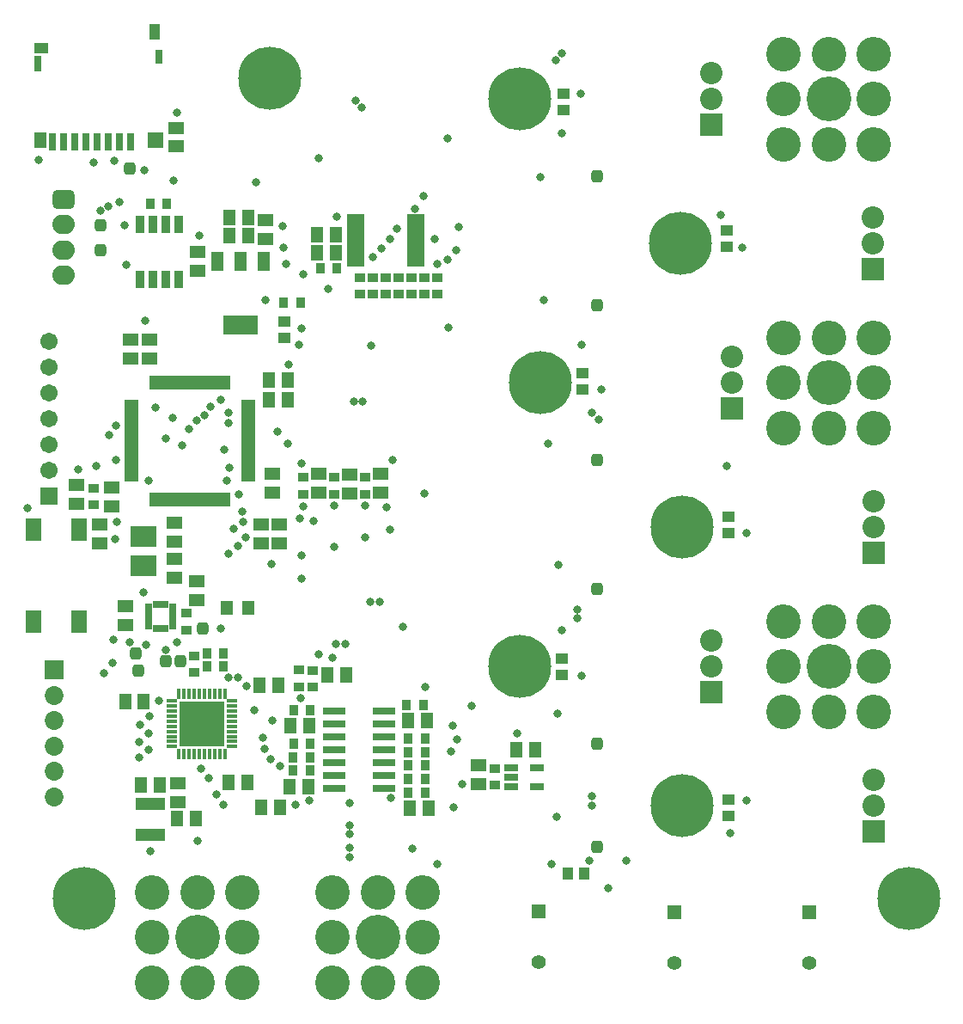
<source format=gts>
G04*
G04 #@! TF.GenerationSoftware,Altium Limited,Altium Designer,21.0.9 (235)*
G04*
G04 Layer_Color=8388736*
%FSLAX25Y25*%
%MOIN*%
G70*
G04*
G04 #@! TF.SameCoordinates,33BEAB15-2C9A-4BBB-8A7B-2AB3B3A1E351*
G04*
G04*
G04 #@! TF.FilePolarity,Negative*
G04*
G01*
G75*
%ADD41R,0.03937X0.06102*%
%ADD42R,0.05709X0.03937*%
%ADD43R,0.03150X0.05906*%
%ADD44R,0.05118X0.05906*%
%ADD45R,0.02756X0.06890*%
%ADD46R,0.05906X0.05906*%
%ADD47R,0.03150X0.05512*%
%ADD49R,0.04540X0.07690*%
%ADD50R,0.13398X0.07690*%
%ADD51R,0.06312X0.09068*%
%ADD52R,0.04147X0.03556*%
%ADD53R,0.03556X0.04147*%
%ADD54R,0.04540X0.04343*%
%ADD55R,0.06115X0.04737*%
G04:AMPARAMS|DCode=56|XSize=47.37mil|YSize=47.37mil|CornerRadius=13.84mil|HoleSize=0mil|Usage=FLASHONLY|Rotation=90.000|XOffset=0mil|YOffset=0mil|HoleType=Round|Shape=RoundedRectangle|*
%AMROUNDEDRECTD56*
21,1,0.04737,0.01968,0,0,90.0*
21,1,0.01968,0.04737,0,0,90.0*
1,1,0.02769,0.00984,0.00984*
1,1,0.02769,0.00984,-0.00984*
1,1,0.02769,-0.00984,-0.00984*
1,1,0.02769,-0.00984,0.00984*
%
%ADD56ROUNDEDRECTD56*%
%ADD57R,0.05131X0.05524*%
%ADD58R,0.04737X0.06115*%
%ADD59R,0.08600X0.03000*%
%ADD60R,0.17532X0.17532*%
%ADD61R,0.04147X0.01784*%
%ADD62R,0.01784X0.04147*%
%ADD63R,0.05524X0.03162*%
%ADD64R,0.11627X0.05131*%
%ADD65R,0.05524X0.01981*%
%ADD66R,0.01981X0.05524*%
%ADD67R,0.04343X0.04540*%
%ADD68R,0.03556X0.06902*%
%ADD69R,0.03162X0.01981*%
%ADD70R,0.01981X0.03162*%
%ADD71R,0.06607X0.02572*%
%ADD72R,0.10249X0.08280*%
%ADD73C,0.13398*%
%ADD74C,0.17335*%
%ADD75C,0.24422*%
%ADD76R,0.07296X0.07296*%
%ADD77C,0.07296*%
%ADD78C,0.06706*%
%ADD79R,0.06706X0.06706*%
%ADD80R,0.08674X0.08674*%
%ADD81C,0.08674*%
%ADD82C,0.05524*%
%ADD83R,0.05524X0.05524*%
G04:AMPARAMS|DCode=84|XSize=74.93mil|YSize=86.74mil|CornerRadius=20.73mil|HoleSize=0mil|Usage=FLASHONLY|Rotation=270.000|XOffset=0mil|YOffset=0mil|HoleType=Round|Shape=RoundedRectangle|*
%AMROUNDEDRECTD84*
21,1,0.07493,0.04528,0,0,270.0*
21,1,0.03347,0.08674,0,0,270.0*
1,1,0.04146,-0.02264,-0.01673*
1,1,0.04146,-0.02264,0.01673*
1,1,0.04146,0.02264,0.01673*
1,1,0.04146,0.02264,-0.01673*
%
%ADD84ROUNDEDRECTD84*%
%ADD85O,0.08674X0.07493*%
%ADD86C,0.03300*%
D41*
X153547Y495957D02*
D03*
D42*
X109354Y489756D02*
D03*
D43*
X108075Y483850D02*
D03*
D44*
X109059Y453929D02*
D03*
D45*
X113784Y453437D02*
D03*
X118114D02*
D03*
X122445D02*
D03*
X126776D02*
D03*
X131106D02*
D03*
X135437D02*
D03*
X139768D02*
D03*
X144098D02*
D03*
D46*
X153744Y453929D02*
D03*
D47*
X155122Y486410D02*
D03*
D49*
X195949Y407193D02*
D03*
X186894D02*
D03*
X177839D02*
D03*
D50*
X186894Y382390D02*
D03*
D51*
X106442Y303213D02*
D03*
Y267387D02*
D03*
X124158Y303213D02*
D03*
Y267387D02*
D03*
D52*
X263000Y400748D02*
D03*
Y394252D02*
D03*
X129700Y319148D02*
D03*
Y312652D02*
D03*
X235000Y323248D02*
D03*
Y316752D02*
D03*
X223000Y323248D02*
D03*
Y316752D02*
D03*
X211000D02*
D03*
Y323248D02*
D03*
X285500Y203952D02*
D03*
Y210448D02*
D03*
X168800Y247552D02*
D03*
Y254048D02*
D03*
X209400Y248648D02*
D03*
Y242152D02*
D03*
X214700Y248448D02*
D03*
Y241952D02*
D03*
X165900Y264152D02*
D03*
Y270648D02*
D03*
X248000Y394252D02*
D03*
Y400748D02*
D03*
X243000D02*
D03*
Y394252D02*
D03*
X238000Y400748D02*
D03*
Y394252D02*
D03*
X253000Y400748D02*
D03*
Y394252D02*
D03*
X233000Y400748D02*
D03*
Y394252D02*
D03*
X258000Y400748D02*
D03*
Y394252D02*
D03*
D53*
X203504Y391000D02*
D03*
X210000D02*
D03*
X257648Y235200D02*
D03*
X251152D02*
D03*
X251900Y222100D02*
D03*
X258396D02*
D03*
Y216800D02*
D03*
X251900D02*
D03*
X180148Y255000D02*
D03*
X173652D02*
D03*
X180148Y249900D02*
D03*
X173652D02*
D03*
X224248Y404500D02*
D03*
X217752D02*
D03*
X207252Y209700D02*
D03*
X213748D02*
D03*
X151752Y429500D02*
D03*
X158248D02*
D03*
X258348Y206400D02*
D03*
X251852D02*
D03*
X258348Y211700D02*
D03*
X251852D02*
D03*
X207352Y220000D02*
D03*
X213848D02*
D03*
X207252Y214800D02*
D03*
X213748D02*
D03*
X213948Y233200D02*
D03*
X207452D02*
D03*
X251900Y201100D02*
D03*
X258396D02*
D03*
D54*
X203700Y377350D02*
D03*
Y383650D02*
D03*
X376000Y308000D02*
D03*
Y301701D02*
D03*
X319600Y357350D02*
D03*
Y363650D02*
D03*
X375300Y419050D02*
D03*
Y412750D02*
D03*
X312000Y465850D02*
D03*
Y472150D02*
D03*
X376000Y192000D02*
D03*
Y198299D02*
D03*
X311300Y252950D02*
D03*
Y246650D02*
D03*
D55*
X196500Y415858D02*
D03*
Y423142D02*
D03*
X161900Y458842D02*
D03*
Y451558D02*
D03*
X123000Y313158D02*
D03*
Y320442D02*
D03*
X279200Y204458D02*
D03*
Y211742D02*
D03*
X169800Y275658D02*
D03*
Y282942D02*
D03*
X241000Y317358D02*
D03*
Y324642D02*
D03*
X162400Y197458D02*
D03*
Y204742D02*
D03*
X229000Y324500D02*
D03*
Y317216D02*
D03*
X217000Y324642D02*
D03*
Y317358D02*
D03*
X194700Y297858D02*
D03*
Y305142D02*
D03*
X142100Y266158D02*
D03*
Y273442D02*
D03*
X136900Y319342D02*
D03*
Y312058D02*
D03*
X151500Y376642D02*
D03*
Y369358D02*
D03*
X144000D02*
D03*
Y376642D02*
D03*
X199000Y324642D02*
D03*
Y317358D02*
D03*
X161000Y305642D02*
D03*
Y298358D02*
D03*
Y284358D02*
D03*
Y291642D02*
D03*
X132000Y297658D02*
D03*
Y304942D02*
D03*
X170000Y410783D02*
D03*
Y403500D02*
D03*
X201800Y297858D02*
D03*
Y305142D02*
D03*
D56*
X132400Y411400D02*
D03*
Y420900D02*
D03*
X143900Y443200D02*
D03*
X163600Y252000D02*
D03*
X157700Y252100D02*
D03*
X172200Y264600D02*
D03*
X146100Y255100D02*
D03*
X147253Y248467D02*
D03*
X325000Y330000D02*
D03*
Y440000D02*
D03*
Y390000D02*
D03*
Y280000D02*
D03*
Y180000D02*
D03*
Y220000D02*
D03*
D57*
X181559Y272746D02*
D03*
X189827D02*
D03*
D58*
X197858Y361000D02*
D03*
X205142D02*
D03*
X220558Y246700D02*
D03*
X227842D02*
D03*
X251758Y229000D02*
D03*
X259042D02*
D03*
X301142Y217800D02*
D03*
X293858D02*
D03*
X169342Y191100D02*
D03*
X162058D02*
D03*
X201442Y242600D02*
D03*
X194158D02*
D03*
X194758Y195400D02*
D03*
X202042D02*
D03*
X189542Y205000D02*
D03*
X182258D02*
D03*
X149242Y236500D02*
D03*
X141958D02*
D03*
X148058Y204000D02*
D03*
X155342D02*
D03*
X182358Y417000D02*
D03*
X189642D02*
D03*
X213142Y203300D02*
D03*
X205858D02*
D03*
X252500Y194900D02*
D03*
X259784D02*
D03*
X213342Y226900D02*
D03*
X206058D02*
D03*
X223642Y417500D02*
D03*
X216358D02*
D03*
Y410500D02*
D03*
X223642D02*
D03*
X189642Y424000D02*
D03*
X182358D02*
D03*
X205142Y353500D02*
D03*
X197858D02*
D03*
D59*
X242600Y232600D02*
D03*
Y227600D02*
D03*
Y222600D02*
D03*
Y217600D02*
D03*
Y212600D02*
D03*
Y207600D02*
D03*
Y202600D02*
D03*
X223200D02*
D03*
Y207600D02*
D03*
Y212600D02*
D03*
Y217600D02*
D03*
Y222600D02*
D03*
Y227600D02*
D03*
Y232600D02*
D03*
D60*
X171800Y227800D02*
D03*
D61*
X160186Y218942D02*
D03*
Y220910D02*
D03*
Y222879D02*
D03*
Y224847D02*
D03*
Y226816D02*
D03*
Y228784D02*
D03*
Y230753D02*
D03*
Y232721D02*
D03*
Y234690D02*
D03*
Y236658D02*
D03*
X183414D02*
D03*
Y234690D02*
D03*
Y232721D02*
D03*
Y230753D02*
D03*
Y228784D02*
D03*
Y226816D02*
D03*
Y224847D02*
D03*
Y222879D02*
D03*
Y220910D02*
D03*
Y218942D02*
D03*
D62*
X162942Y239414D02*
D03*
X164910D02*
D03*
X166879D02*
D03*
X168847D02*
D03*
X170816D02*
D03*
X172784D02*
D03*
X174753D02*
D03*
X176721D02*
D03*
X178690D02*
D03*
X180658D02*
D03*
Y216186D02*
D03*
X178690D02*
D03*
X176721D02*
D03*
X174753D02*
D03*
X172784D02*
D03*
X170816D02*
D03*
X168847D02*
D03*
X166879D02*
D03*
X164910D02*
D03*
X162942D02*
D03*
D63*
X291779Y210840D02*
D03*
Y207100D02*
D03*
Y203360D02*
D03*
X301621D02*
D03*
Y210840D02*
D03*
D64*
X151800Y196604D02*
D03*
Y184596D02*
D03*
D65*
X144547Y322736D02*
D03*
Y324705D02*
D03*
Y326673D02*
D03*
Y328642D02*
D03*
Y330610D02*
D03*
Y332579D02*
D03*
Y334547D02*
D03*
Y336516D02*
D03*
Y338484D02*
D03*
Y340453D02*
D03*
Y342421D02*
D03*
Y344390D02*
D03*
Y346358D02*
D03*
Y348327D02*
D03*
Y350295D02*
D03*
Y352264D02*
D03*
X189823Y338484D02*
D03*
Y340453D02*
D03*
Y342421D02*
D03*
Y344390D02*
D03*
Y346358D02*
D03*
Y348327D02*
D03*
Y350295D02*
D03*
Y352264D02*
D03*
Y322736D02*
D03*
Y324705D02*
D03*
Y326673D02*
D03*
Y328642D02*
D03*
Y330610D02*
D03*
Y332579D02*
D03*
Y334547D02*
D03*
Y336516D02*
D03*
D66*
X152421Y360138D02*
D03*
X154390D02*
D03*
X156358D02*
D03*
X158327D02*
D03*
X160295D02*
D03*
X162264D02*
D03*
X164232D02*
D03*
X166201D02*
D03*
X168169D02*
D03*
X170138D02*
D03*
X172106D02*
D03*
X174075D02*
D03*
X176043D02*
D03*
X178012D02*
D03*
X179980D02*
D03*
X181949D02*
D03*
X152421Y314862D02*
D03*
X154390D02*
D03*
X156358D02*
D03*
X158327D02*
D03*
X160295D02*
D03*
X162264D02*
D03*
X164232D02*
D03*
X166201D02*
D03*
X168169D02*
D03*
X170138D02*
D03*
X172106D02*
D03*
X174075D02*
D03*
X176043D02*
D03*
X178012D02*
D03*
X179980D02*
D03*
X181949D02*
D03*
D67*
X313950Y169600D02*
D03*
X320250D02*
D03*
D68*
X147894Y421520D02*
D03*
X152894D02*
D03*
X157894D02*
D03*
X162894D02*
D03*
Y400063D02*
D03*
X157894D02*
D03*
X152894D02*
D03*
X147894D02*
D03*
D69*
X150976Y273237D02*
D03*
Y271269D02*
D03*
Y269300D02*
D03*
Y267332D02*
D03*
Y265363D02*
D03*
X160424D02*
D03*
Y267332D02*
D03*
Y269300D02*
D03*
Y271269D02*
D03*
Y273237D02*
D03*
D70*
X153732Y264576D02*
D03*
X155700D02*
D03*
X157668D02*
D03*
Y274024D02*
D03*
X155700D02*
D03*
X153732D02*
D03*
D71*
X254673Y424165D02*
D03*
Y421606D02*
D03*
Y419047D02*
D03*
Y416488D02*
D03*
Y413929D02*
D03*
Y411370D02*
D03*
Y408811D02*
D03*
Y406252D02*
D03*
X231539D02*
D03*
Y408811D02*
D03*
Y411370D02*
D03*
Y413929D02*
D03*
Y416488D02*
D03*
Y419047D02*
D03*
Y421606D02*
D03*
Y424165D02*
D03*
D72*
X149000Y289000D02*
D03*
Y300500D02*
D03*
D73*
X397539Y452539D02*
D03*
Y470000D02*
D03*
Y487461D02*
D03*
X415000D02*
D03*
X432461D02*
D03*
Y470000D02*
D03*
Y452539D02*
D03*
X415000D02*
D03*
X222539Y162461D02*
D03*
X240000D02*
D03*
X257461D02*
D03*
Y145000D02*
D03*
Y127539D02*
D03*
X240000D02*
D03*
X222539D02*
D03*
Y145000D02*
D03*
X397539Y342539D02*
D03*
Y360000D02*
D03*
Y377461D02*
D03*
X415000D02*
D03*
X432461D02*
D03*
Y360000D02*
D03*
Y342539D02*
D03*
X415000D02*
D03*
X397539Y232539D02*
D03*
Y250000D02*
D03*
Y267461D02*
D03*
X415000D02*
D03*
X432461D02*
D03*
Y250000D02*
D03*
Y232539D02*
D03*
X415000D02*
D03*
X152539Y145000D02*
D03*
Y127539D02*
D03*
X170000D02*
D03*
X187461D02*
D03*
Y145000D02*
D03*
Y162461D02*
D03*
X170000D02*
D03*
X152539D02*
D03*
D74*
X415000Y470000D02*
D03*
X240000Y145000D02*
D03*
X415000Y360000D02*
D03*
Y250000D02*
D03*
X170000Y145000D02*
D03*
D75*
X446000Y160000D02*
D03*
X126000D02*
D03*
X295000Y470000D02*
D03*
X357492Y414000D02*
D03*
X302992Y360000D02*
D03*
X358000Y304000D02*
D03*
X295000Y250000D02*
D03*
X358000Y196000D02*
D03*
X198000Y478000D02*
D03*
D76*
X114500Y248685D02*
D03*
D77*
Y238843D02*
D03*
Y229000D02*
D03*
Y219158D02*
D03*
Y209315D02*
D03*
Y199472D02*
D03*
D78*
X112500Y336000D02*
D03*
Y326000D02*
D03*
Y346000D02*
D03*
Y356000D02*
D03*
Y366000D02*
D03*
Y376000D02*
D03*
D79*
Y316000D02*
D03*
D80*
X369508Y460000D02*
D03*
X432000Y404000D02*
D03*
X377500Y350000D02*
D03*
X432508Y294000D02*
D03*
X369508Y240000D02*
D03*
X432508Y186000D02*
D03*
D81*
X369508Y470000D02*
D03*
Y480000D02*
D03*
X432000Y414000D02*
D03*
Y424000D02*
D03*
X377500Y370000D02*
D03*
Y360000D02*
D03*
X432508Y304000D02*
D03*
Y314000D02*
D03*
X369508Y260000D02*
D03*
Y250000D02*
D03*
X432508Y196000D02*
D03*
Y206000D02*
D03*
D82*
X302500Y135315D02*
D03*
X355000Y135000D02*
D03*
X407500D02*
D03*
D83*
X302500Y155000D02*
D03*
X355000Y154685D02*
D03*
X407500D02*
D03*
D84*
X118000Y431185D02*
D03*
D85*
Y421343D02*
D03*
Y411500D02*
D03*
Y401657D02*
D03*
D86*
X203600Y412300D02*
D03*
X104000Y311400D02*
D03*
X268400Y217100D02*
D03*
X151800Y178300D02*
D03*
X336375Y174625D02*
D03*
X329600Y164200D02*
D03*
X309167Y485132D02*
D03*
X138800Y306000D02*
D03*
X258400Y241900D02*
D03*
X258100Y316900D02*
D03*
X186030Y316613D02*
D03*
X182400Y326900D02*
D03*
X210500Y328700D02*
D03*
X211000Y402000D02*
D03*
X180471Y334100D02*
D03*
X270700Y221600D02*
D03*
X199000Y229200D02*
D03*
X192245Y233200D02*
D03*
X195494Y222495D02*
D03*
X198600Y214200D02*
D03*
X202000Y211300D02*
D03*
X276449Y234678D02*
D03*
X170700Y416900D02*
D03*
X243400Y311800D02*
D03*
X209650Y307250D02*
D03*
X210507Y284048D02*
D03*
X149200Y278800D02*
D03*
X137600Y260500D02*
D03*
X150200Y258500D02*
D03*
X143700Y259400D02*
D03*
X153800Y350300D02*
D03*
X322200Y174700D02*
D03*
X138165Y299465D02*
D03*
X181500Y322000D02*
D03*
X222384Y253298D02*
D03*
X208213Y196376D02*
D03*
X269400Y195500D02*
D03*
X269254Y227003D02*
D03*
X229200Y197000D02*
D03*
X220739Y396333D02*
D03*
X271500Y420400D02*
D03*
X155100Y236800D02*
D03*
X209600Y374600D02*
D03*
X205362Y366902D02*
D03*
X170000Y182500D02*
D03*
X203000Y420600D02*
D03*
X141800Y421000D02*
D03*
X142600Y405600D02*
D03*
X149900Y383900D02*
D03*
X162000Y464700D02*
D03*
X108600Y446400D02*
D03*
X294015Y224022D02*
D03*
X184222Y303500D02*
D03*
X177350Y200300D02*
D03*
X188947Y299986D02*
D03*
X187700Y306000D02*
D03*
X187500Y310000D02*
D03*
X185905Y245622D02*
D03*
X162050Y259300D02*
D03*
X182134Y245700D02*
D03*
X179100Y264700D02*
D03*
X182071Y293625D02*
D03*
X185800Y296600D02*
D03*
X180100Y196500D02*
D03*
X188995Y242500D02*
D03*
X196200Y217900D02*
D03*
X272777Y204509D02*
D03*
X323212Y196091D02*
D03*
Y199591D02*
D03*
X325695Y345742D02*
D03*
X311575Y487882D02*
D03*
X229100Y188450D02*
D03*
X309500Y191700D02*
D03*
X229100Y184950D02*
D03*
Y179700D02*
D03*
Y176200D02*
D03*
X317300Y268700D02*
D03*
Y272200D02*
D03*
X323220Y348492D02*
D03*
X223800Y258600D02*
D03*
X227300D02*
D03*
X381500Y412400D02*
D03*
X240635Y274956D02*
D03*
X237135D02*
D03*
X245100Y199100D02*
D03*
X234200Y352800D02*
D03*
X230700D02*
D03*
X231425Y469275D02*
D03*
X233900Y466800D02*
D03*
X309800Y231635D02*
D03*
X217105Y447104D02*
D03*
X217231Y254812D02*
D03*
X310132Y289540D02*
D03*
X306241Y336318D02*
D03*
X304600Y392100D02*
D03*
X196300Y391900D02*
D03*
X198876Y289700D02*
D03*
X303015Y439842D02*
D03*
X383100Y301700D02*
D03*
X318900Y472200D02*
D03*
X326700Y357300D02*
D03*
X319051Y246479D02*
D03*
X383000Y198100D02*
D03*
X307600Y173400D02*
D03*
X263000Y173500D02*
D03*
X267383Y381272D02*
D03*
X210400Y381100D02*
D03*
X375400Y327600D02*
D03*
X245700Y330100D02*
D03*
X376813Y185269D02*
D03*
X253300Y179500D02*
D03*
X311376Y264196D02*
D03*
X237600Y374500D02*
D03*
X319000Y374800D02*
D03*
X373100Y425200D02*
D03*
X267200Y407700D02*
D03*
X270428Y411428D02*
D03*
X311500Y456800D02*
D03*
X267000Y454700D02*
D03*
X249750Y265400D02*
D03*
X205250Y336300D02*
D03*
X179000Y353300D02*
D03*
X160600Y346506D02*
D03*
X182200Y348500D02*
D03*
X151050Y322215D02*
D03*
X172750Y347500D02*
D03*
X182098Y344425D02*
D03*
X157850Y338500D02*
D03*
X175188Y350837D02*
D03*
X166777Y341895D02*
D03*
X130680Y327828D02*
D03*
X169885Y345490D02*
D03*
X164100Y335700D02*
D03*
X138400Y343300D02*
D03*
X135772Y339672D02*
D03*
X138535Y329950D02*
D03*
X244900Y302900D02*
D03*
X215150Y306222D02*
D03*
X235000Y300000D02*
D03*
X223000Y296500D02*
D03*
X210550Y293100D02*
D03*
X213300Y198000D02*
D03*
X211000Y312200D02*
D03*
X210200Y237635D02*
D03*
X174400Y206800D02*
D03*
X171597Y210400D02*
D03*
X224038Y424356D02*
D03*
X254511Y427450D02*
D03*
X139800Y430200D02*
D03*
X135423Y428280D02*
D03*
X132300Y426700D02*
D03*
X149500Y442500D02*
D03*
X137799Y445964D02*
D03*
X257800Y432500D02*
D03*
X262090Y415652D02*
D03*
X244850Y415620D02*
D03*
X247500Y419700D02*
D03*
X238200Y408700D02*
D03*
X241300Y412200D02*
D03*
X235000Y312400D02*
D03*
X223100Y312500D02*
D03*
X137100Y251400D02*
D03*
X133800Y247300D02*
D03*
X192700Y437600D02*
D03*
X201051Y340913D02*
D03*
X151100Y224100D02*
D03*
X151318Y230822D02*
D03*
X160619Y438319D02*
D03*
X123900Y326300D02*
D03*
X147400Y214600D02*
D03*
X151100Y217800D02*
D03*
X147413Y220706D02*
D03*
X147700Y227300D02*
D03*
X129665Y445371D02*
D03*
X157700Y256400D02*
D03*
X204500Y406000D02*
D03*
X263000D02*
D03*
M02*

</source>
